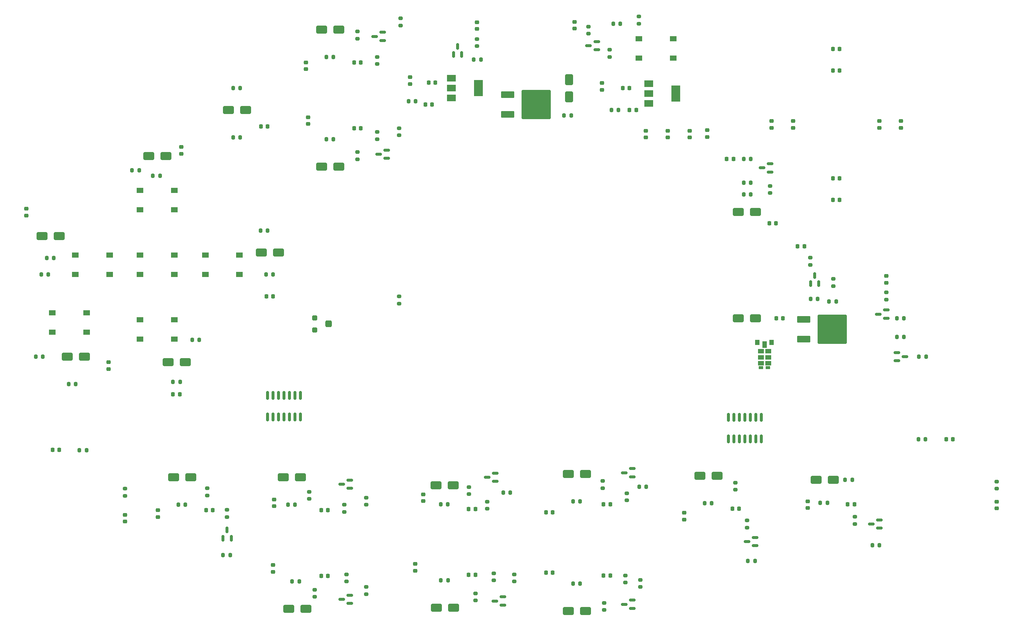
<source format=gbr>
%TF.GenerationSoftware,KiCad,Pcbnew,(7.0.0)*%
%TF.CreationDate,2023-04-25T13:09:25+01:00*%
%TF.ProjectId,controller,636f6e74-726f-46c6-9c65-722e6b696361,V1.2*%
%TF.SameCoordinates,Original*%
%TF.FileFunction,Paste,Top*%
%TF.FilePolarity,Positive*%
%FSLAX46Y46*%
G04 Gerber Fmt 4.6, Leading zero omitted, Abs format (unit mm)*
G04 Created by KiCad (PCBNEW (7.0.0)) date 2023-04-25 13:09:25*
%MOMM*%
%LPD*%
G01*
G04 APERTURE LIST*
G04 Aperture macros list*
%AMRoundRect*
0 Rectangle with rounded corners*
0 $1 Rounding radius*
0 $2 $3 $4 $5 $6 $7 $8 $9 X,Y pos of 4 corners*
0 Add a 4 corners polygon primitive as box body*
4,1,4,$2,$3,$4,$5,$6,$7,$8,$9,$2,$3,0*
0 Add four circle primitives for the rounded corners*
1,1,$1+$1,$2,$3*
1,1,$1+$1,$4,$5*
1,1,$1+$1,$6,$7*
1,1,$1+$1,$8,$9*
0 Add four rect primitives between the rounded corners*
20,1,$1+$1,$2,$3,$4,$5,0*
20,1,$1+$1,$4,$5,$6,$7,0*
20,1,$1+$1,$6,$7,$8,$9,0*
20,1,$1+$1,$8,$9,$2,$3,0*%
G04 Aperture macros list end*
%ADD10RoundRect,0.225000X0.225000X0.250000X-0.225000X0.250000X-0.225000X-0.250000X0.225000X-0.250000X0*%
%ADD11RoundRect,0.200000X0.200000X0.275000X-0.200000X0.275000X-0.200000X-0.275000X0.200000X-0.275000X0*%
%ADD12RoundRect,0.200000X-0.275000X0.200000X-0.275000X-0.200000X0.275000X-0.200000X0.275000X0.200000X0*%
%ADD13R,1.550000X1.300000*%
%ADD14RoundRect,0.218750X0.218750X0.256250X-0.218750X0.256250X-0.218750X-0.256250X0.218750X-0.256250X0*%
%ADD15RoundRect,0.225000X-0.250000X0.225000X-0.250000X-0.225000X0.250000X-0.225000X0.250000X0.225000X0*%
%ADD16RoundRect,0.150000X0.150000X-0.587500X0.150000X0.587500X-0.150000X0.587500X-0.150000X-0.587500X0*%
%ADD17RoundRect,0.200000X0.275000X-0.200000X0.275000X0.200000X-0.275000X0.200000X-0.275000X-0.200000X0*%
%ADD18RoundRect,0.200000X-0.200000X-0.275000X0.200000X-0.275000X0.200000X0.275000X-0.200000X0.275000X0*%
%ADD19RoundRect,0.218750X0.256250X-0.218750X0.256250X0.218750X-0.256250X0.218750X-0.256250X-0.218750X0*%
%ADD20RoundRect,0.250000X1.000000X0.650000X-1.000000X0.650000X-1.000000X-0.650000X1.000000X-0.650000X0*%
%ADD21RoundRect,0.250000X-0.650000X1.000000X-0.650000X-1.000000X0.650000X-1.000000X0.650000X1.000000X0*%
%ADD22RoundRect,0.250000X-1.000000X-0.650000X1.000000X-0.650000X1.000000X0.650000X-1.000000X0.650000X0*%
%ADD23RoundRect,0.218750X-0.218750X-0.256250X0.218750X-0.256250X0.218750X0.256250X-0.218750X0.256250X0*%
%ADD24RoundRect,0.225000X0.250000X-0.225000X0.250000X0.225000X-0.250000X0.225000X-0.250000X-0.225000X0*%
%ADD25RoundRect,0.150000X0.587500X0.150000X-0.587500X0.150000X-0.587500X-0.150000X0.587500X-0.150000X0*%
%ADD26RoundRect,0.150000X0.150000X-0.825000X0.150000X0.825000X-0.150000X0.825000X-0.150000X-0.825000X0*%
%ADD27RoundRect,0.225000X-0.225000X-0.250000X0.225000X-0.250000X0.225000X0.250000X-0.225000X0.250000X0*%
%ADD28RoundRect,0.300000X-0.300000X0.300000X-0.300000X-0.300000X0.300000X-0.300000X0.300000X0.300000X0*%
%ADD29RoundRect,0.375000X-0.375000X0.425000X-0.375000X-0.425000X0.375000X-0.425000X0.375000X0.425000X0*%
%ADD30RoundRect,0.150000X-0.587500X-0.150000X0.587500X-0.150000X0.587500X0.150000X-0.587500X0.150000X0*%
%ADD31R,2.000000X1.500000*%
%ADD32R,2.000000X3.800000*%
%ADD33R,1.400000X1.070000*%
%ADD34R,1.100000X1.300000*%
%ADD35R,1.000000X0.650000*%
%ADD36R,1.000000X1.500000*%
%ADD37RoundRect,0.100000X1.400000X0.700000X-1.400000X0.700000X-1.400000X-0.700000X1.400000X-0.700000X0*%
%ADD38RoundRect,0.100000X3.250000X3.250000X-3.250000X3.250000X-3.250000X-3.250000X3.250000X-3.250000X0*%
G04 APERTURE END LIST*
D10*
%TO.C,C28*%
X208060000Y-88730000D03*
X206510000Y-88730000D03*
%TD*%
D11*
%TO.C,R23*%
X230400000Y-141300000D03*
X228750000Y-141300000D03*
%TD*%
D12*
%TO.C,R12*%
X139500000Y-131200000D03*
X139500000Y-132850000D03*
%TD*%
D13*
%TO.C,RESET1*%
X174709999Y-23959999D03*
X182659999Y-23959999D03*
X174709999Y-28459999D03*
X182659999Y-28459999D03*
%TD*%
D14*
%TO.C,D1*%
X168055000Y-131785000D03*
X166480000Y-131785000D03*
%TD*%
D15*
%TO.C,C7*%
X98065000Y-42120000D03*
X98065000Y-43670000D03*
%TD*%
D16*
%TO.C,Q5*%
X78350000Y-139637500D03*
X80250000Y-139637500D03*
X79300000Y-137762500D03*
%TD*%
D17*
%TO.C,R28*%
X141073000Y-149436000D03*
X141073000Y-147786000D03*
%TD*%
D18*
%TO.C,R68*%
X94350000Y-149690000D03*
X96000000Y-149690000D03*
%TD*%
D19*
%TO.C,D43*%
X232000000Y-80475000D03*
X232000000Y-78900000D03*
%TD*%
D12*
%TO.C,R55*%
X135300000Y-127800000D03*
X135300000Y-129450000D03*
%TD*%
D19*
%TO.C,D42*%
X121700000Y-34425000D03*
X121700000Y-32850000D03*
%TD*%
D20*
%TO.C,D40*%
X46230000Y-97620000D03*
X42230000Y-97620000D03*
%TD*%
D10*
%TO.C,C26*%
X174050000Y-40470000D03*
X172500000Y-40470000D03*
%TD*%
D11*
%TO.C,R61*%
X200600000Y-60000000D03*
X198950000Y-60000000D03*
%TD*%
D21*
%TO.C,D45*%
X158530000Y-33390000D03*
X158530000Y-37390000D03*
%TD*%
D14*
%TO.C,D18*%
X102650000Y-133180000D03*
X101075000Y-133180000D03*
%TD*%
D22*
%TO.C,D29*%
X101190000Y-53550000D03*
X105190000Y-53550000D03*
%TD*%
D23*
%TO.C,D13*%
X223025000Y-131800000D03*
X224600000Y-131800000D03*
%TD*%
D11*
%TO.C,R11*%
X200600000Y-51800000D03*
X198950000Y-51800000D03*
%TD*%
D10*
%TO.C,C27*%
X126780000Y-39200000D03*
X125230000Y-39200000D03*
%TD*%
D14*
%TO.C,D23*%
X221187500Y-31300000D03*
X219612500Y-31300000D03*
%TD*%
D12*
%TO.C,R57*%
X98300000Y-128900000D03*
X98300000Y-130550000D03*
%TD*%
D14*
%TO.C,D21*%
X197900000Y-132800000D03*
X196325000Y-132800000D03*
%TD*%
%TO.C,D19*%
X221187500Y-26300000D03*
X219612500Y-26300000D03*
%TD*%
D24*
%TO.C,C9*%
X124700000Y-131075000D03*
X124700000Y-129525000D03*
%TD*%
D16*
%TO.C,Q24*%
X214450000Y-80675000D03*
X216350000Y-80675000D03*
X215400000Y-78800000D03*
%TD*%
D25*
%TO.C,Q31*%
X232000000Y-88700000D03*
X232000000Y-86800000D03*
X230125000Y-87750000D03*
%TD*%
D14*
%TO.C,D22*%
X102650000Y-148420000D03*
X101075000Y-148420000D03*
%TD*%
D17*
%TO.C,R88*%
X232000000Y-84350000D03*
X232000000Y-82700000D03*
%TD*%
D25*
%TO.C,Q20*%
X107730000Y-154770000D03*
X107730000Y-152870000D03*
X105855000Y-153820000D03*
%TD*%
D23*
%TO.C,D24*%
X219625000Y-61300000D03*
X221200000Y-61300000D03*
%TD*%
D19*
%TO.C,D41*%
X166150000Y-35747500D03*
X166150000Y-34172500D03*
%TD*%
D18*
%TO.C,R24*%
X136450000Y-28800000D03*
X138100000Y-28800000D03*
%TD*%
D14*
%TO.C,D3*%
X196600000Y-51800000D03*
X195025000Y-51800000D03*
%TD*%
D22*
%TO.C,D31*%
X127700000Y-127400000D03*
X131700000Y-127400000D03*
%TD*%
D25*
%TO.C,Q19*%
X201600000Y-141400000D03*
X201600000Y-139500000D03*
X199725000Y-140450000D03*
%TD*%
D11*
%TO.C,R86*%
X122970000Y-38412500D03*
X121320000Y-38412500D03*
%TD*%
%TO.C,R79*%
X63725000Y-55700000D03*
X62075000Y-55700000D03*
%TD*%
D18*
%TO.C,R1*%
X174750000Y-127700000D03*
X176400000Y-127700000D03*
%TD*%
D11*
%TO.C,R89*%
X170400000Y-20500000D03*
X168750000Y-20500000D03*
%TD*%
%TO.C,R74*%
X36610000Y-97620000D03*
X34960000Y-97620000D03*
%TD*%
D15*
%TO.C,C15*%
X68700000Y-49025000D03*
X68700000Y-50575000D03*
%TD*%
D11*
%TO.C,R41*%
X201600000Y-144900000D03*
X199950000Y-144900000D03*
%TD*%
D18*
%TO.C,R80*%
X66750000Y-103400000D03*
X68400000Y-103400000D03*
%TD*%
D17*
%TO.C,R14*%
X163000000Y-22750000D03*
X163000000Y-21100000D03*
%TD*%
D14*
%TO.C,D11*%
X110270000Y-29420000D03*
X108695000Y-29420000D03*
%TD*%
D18*
%TO.C,R51*%
X198950000Y-57300000D03*
X200600000Y-57300000D03*
%TD*%
D22*
%TO.C,D10*%
X215700000Y-126100000D03*
X219700000Y-126100000D03*
%TD*%
D17*
%TO.C,R45*%
X199700000Y-137200000D03*
X199700000Y-135550000D03*
%TD*%
D19*
%TO.C,D14*%
X137200000Y-21675000D03*
X137200000Y-20100000D03*
%TD*%
D22*
%TO.C,D34*%
X93570000Y-156040000D03*
X97570000Y-156040000D03*
%TD*%
D18*
%TO.C,R72*%
X87030000Y-68410000D03*
X88680000Y-68410000D03*
%TD*%
D19*
%TO.C,D15*%
X235400000Y-44587500D03*
X235400000Y-43012500D03*
%TD*%
D18*
%TO.C,R94*%
X234450000Y-93000000D03*
X236100000Y-93000000D03*
%TD*%
D19*
%TO.C,D16*%
X205400000Y-44587500D03*
X205400000Y-43012500D03*
%TD*%
D11*
%TO.C,R83*%
X82330000Y-46820000D03*
X80680000Y-46820000D03*
%TD*%
D12*
%TO.C,R49*%
X166300000Y-126400000D03*
X166300000Y-128050000D03*
%TD*%
D26*
%TO.C,U4*%
X88615000Y-111525000D03*
X89885000Y-111525000D03*
X91155000Y-111525000D03*
X92425000Y-111525000D03*
X93695000Y-111525000D03*
X94965000Y-111525000D03*
X96235000Y-111525000D03*
X96235000Y-106575000D03*
X94965000Y-106575000D03*
X93695000Y-106575000D03*
X92425000Y-106575000D03*
X91155000Y-106575000D03*
X89885000Y-106575000D03*
X88615000Y-106575000D03*
%TD*%
D18*
%TO.C,R65*%
X128775000Y-131800000D03*
X130425000Y-131800000D03*
%TD*%
D27*
%TO.C,C3*%
X153170000Y-133690000D03*
X154720000Y-133690000D03*
%TD*%
D17*
%TO.C,R77*%
X257590000Y-128180000D03*
X257590000Y-126530000D03*
%TD*%
D25*
%TO.C,Q9*%
X115350000Y-24340000D03*
X115350000Y-22440000D03*
X113475000Y-23390000D03*
%TD*%
D18*
%TO.C,R60*%
X159420000Y-150200000D03*
X161070000Y-150200000D03*
%TD*%
D25*
%TO.C,Q2*%
X173135000Y-155915000D03*
X173135000Y-154015000D03*
X171260000Y-154965000D03*
%TD*%
D11*
%TO.C,R71*%
X37880000Y-78570000D03*
X36230000Y-78570000D03*
%TD*%
D27*
%TO.C,C18*%
X88400000Y-83650000D03*
X89950000Y-83650000D03*
%TD*%
D18*
%TO.C,R67*%
X93380000Y-131910000D03*
X95030000Y-131910000D03*
%TD*%
D15*
%TO.C,C29*%
X190500000Y-45125000D03*
X190500000Y-46675000D03*
%TD*%
D25*
%TO.C,Q16*%
X107730000Y-128100000D03*
X107730000Y-126200000D03*
X105855000Y-127150000D03*
%TD*%
D17*
%TO.C,R3*%
X175000000Y-150960000D03*
X175000000Y-149310000D03*
%TD*%
D20*
%TO.C,D38*%
X91220000Y-73490000D03*
X87220000Y-73490000D03*
%TD*%
D12*
%TO.C,R2*%
X171865000Y-129245000D03*
X171865000Y-130895000D03*
%TD*%
D19*
%TO.C,D8*%
X210400000Y-44587500D03*
X210400000Y-43012500D03*
%TD*%
D17*
%TO.C,R22*%
X145830000Y-149690000D03*
X145830000Y-148040000D03*
%TD*%
D14*
%TO.C,D12*%
X136818000Y-148166000D03*
X135243000Y-148166000D03*
%TD*%
D25*
%TO.C,Q6*%
X164900000Y-26500000D03*
X164900000Y-24600000D03*
X163025000Y-25550000D03*
%TD*%
D22*
%TO.C,D36*%
X65630000Y-98890000D03*
X69630000Y-98890000D03*
%TD*%
D17*
%TO.C,R29*%
X224700000Y-136350000D03*
X224700000Y-134700000D03*
%TD*%
D24*
%TO.C,C6*%
X97570000Y-30970000D03*
X97570000Y-29420000D03*
%TD*%
D25*
%TO.C,Q11*%
X230400000Y-137300000D03*
X230400000Y-135400000D03*
X228525000Y-136350000D03*
%TD*%
D11*
%TO.C,R69*%
X58900000Y-54440000D03*
X57250000Y-54440000D03*
%TD*%
D28*
%TO.C,RV1*%
X99580000Y-88600000D03*
D29*
X102830000Y-90000000D03*
D28*
X99580000Y-91400000D03*
%TD*%
D18*
%TO.C,R81*%
X37500000Y-74760000D03*
X39150000Y-74760000D03*
%TD*%
D14*
%TO.C,D2*%
X168055000Y-148295000D03*
X166480000Y-148295000D03*
%TD*%
D19*
%TO.C,D6*%
X159800000Y-21587500D03*
X159800000Y-20012500D03*
%TD*%
D24*
%TO.C,C23*%
X257590000Y-132765000D03*
X257590000Y-131215000D03*
%TD*%
D18*
%TO.C,R59*%
X159420000Y-131150000D03*
X161070000Y-131150000D03*
%TD*%
D20*
%TO.C,D27*%
X201700000Y-64100000D03*
X197700000Y-64100000D03*
%TD*%
D27*
%TO.C,C22*%
X38845000Y-119210000D03*
X40395000Y-119210000D03*
%TD*%
D24*
%TO.C,C20*%
X51850000Y-100440000D03*
X51850000Y-98890000D03*
%TD*%
D23*
%TO.C,D20*%
X219612500Y-56300000D03*
X221187500Y-56300000D03*
%TD*%
D17*
%TO.C,R96*%
X119160000Y-85300000D03*
X119160000Y-83650000D03*
%TD*%
%TO.C,R75*%
X55635000Y-129830000D03*
X55635000Y-128180000D03*
%TD*%
D30*
%TO.C,Q23*%
X234425000Y-96650000D03*
X234425000Y-98550000D03*
X236300000Y-97600000D03*
%TD*%
D22*
%TO.C,D37*%
X36420000Y-69680000D03*
X40420000Y-69680000D03*
%TD*%
D24*
%TO.C,C14*%
X181390000Y-46820000D03*
X181390000Y-45270000D03*
%TD*%
D15*
%TO.C,C12*%
X89950000Y-145880000D03*
X89950000Y-147430000D03*
%TD*%
D12*
%TO.C,R58*%
X99600000Y-151575000D03*
X99600000Y-153225000D03*
%TD*%
D31*
%TO.C,U10*%
X131249999Y-33089999D03*
X131249999Y-35389999D03*
X131249999Y-37689999D03*
D32*
X137549999Y-35389999D03*
%TD*%
D22*
%TO.C,D30*%
X188820000Y-125180000D03*
X192820000Y-125180000D03*
%TD*%
D18*
%TO.C,R63*%
X102270000Y-47200000D03*
X103920000Y-47200000D03*
%TD*%
D20*
%TO.C,D35*%
X65100000Y-51100000D03*
X61100000Y-51100000D03*
%TD*%
D18*
%TO.C,R64*%
X189900000Y-131530000D03*
X191550000Y-131530000D03*
%TD*%
D15*
%TO.C,C10*%
X122848000Y-145626000D03*
X122848000Y-147176000D03*
%TD*%
D11*
%TO.C,R82*%
X89950000Y-78560000D03*
X88300000Y-78560000D03*
%TD*%
D14*
%TO.C,D17*%
X110270000Y-44660000D03*
X108695000Y-44660000D03*
%TD*%
D18*
%TO.C,R70*%
X71175000Y-93700000D03*
X72825000Y-93700000D03*
%TD*%
%TO.C,R20*%
X216675000Y-131500000D03*
X218325000Y-131500000D03*
%TD*%
D17*
%TO.C,R52*%
X109445000Y-23895000D03*
X109445000Y-22245000D03*
%TD*%
D27*
%TO.C,C31*%
X126005000Y-34120000D03*
X127555000Y-34120000D03*
%TD*%
D17*
%TO.C,R42*%
X111540000Y-152610000D03*
X111540000Y-150960000D03*
%TD*%
D13*
%TO.C,D_BACK1*%
X38819999Y-87459999D03*
X46769999Y-87459999D03*
X38819999Y-91959999D03*
X46769999Y-91959999D03*
%TD*%
D19*
%TO.C,D7*%
X230400000Y-44575000D03*
X230400000Y-43000000D03*
%TD*%
D17*
%TO.C,R90*%
X214375000Y-76325000D03*
X214375000Y-74675000D03*
%TD*%
D12*
%TO.C,R54*%
X197000000Y-126800000D03*
X197000000Y-128450000D03*
%TD*%
D22*
%TO.C,D32*%
X127738000Y-155786000D03*
X131738000Y-155786000D03*
%TD*%
D33*
%TO.C,M1*%
X202929999Y-96319999D03*
X202929999Y-97729999D03*
X202929999Y-99139999D03*
X204629999Y-96319999D03*
X204629999Y-97729999D03*
X204629999Y-99139999D03*
D34*
X202129999Y-94284999D03*
X205429999Y-94284999D03*
D35*
X202979999Y-100159999D03*
D36*
X203779999Y-94784999D03*
D35*
X204579999Y-100159999D03*
%TD*%
D17*
%TO.C,R17*%
X74710000Y-129750000D03*
X74710000Y-128100000D03*
%TD*%
D10*
%TO.C,C16*%
X68300000Y-106300000D03*
X66750000Y-106300000D03*
%TD*%
D13*
%TO.C,D_DOWN1*%
X59139999Y-89049999D03*
X67089999Y-89049999D03*
X59139999Y-93549999D03*
X67089999Y-93549999D03*
%TD*%
D27*
%TO.C,C4*%
X153170000Y-147660000D03*
X154720000Y-147660000D03*
%TD*%
D12*
%TO.C,R5*%
X205100000Y-58050000D03*
X205100000Y-59700000D03*
%TD*%
D24*
%TO.C,C8*%
X185200000Y-135340000D03*
X185200000Y-133790000D03*
%TD*%
D17*
%TO.C,R37*%
X114080000Y-47200000D03*
X114080000Y-45550000D03*
%TD*%
D10*
%TO.C,C19*%
X88680000Y-44280000D03*
X87130000Y-44280000D03*
%TD*%
%TO.C,C5*%
X206450000Y-66700000D03*
X204900000Y-66700000D03*
%TD*%
D12*
%TO.C,R50*%
X166595000Y-154645000D03*
X166595000Y-156295000D03*
%TD*%
D24*
%TO.C,C21*%
X55635000Y-135800000D03*
X55635000Y-134250000D03*
%TD*%
D27*
%TO.C,C30*%
X170950000Y-35390000D03*
X172500000Y-35390000D03*
%TD*%
D25*
%TO.C,Q15*%
X116287500Y-51627500D03*
X116287500Y-49727500D03*
X114412500Y-50677500D03*
%TD*%
D18*
%TO.C,R98*%
X239550000Y-97600000D03*
X241200000Y-97600000D03*
%TD*%
D24*
%TO.C,C2*%
X213800000Y-132650000D03*
X213800000Y-131100000D03*
%TD*%
D11*
%TO.C,R84*%
X44230000Y-103970000D03*
X42580000Y-103970000D03*
%TD*%
D18*
%TO.C,R76*%
X45095000Y-119290000D03*
X46745000Y-119290000D03*
%TD*%
%TO.C,R18*%
X222450000Y-126100000D03*
X224100000Y-126100000D03*
%TD*%
D17*
%TO.C,R21*%
X119500000Y-20850000D03*
X119500000Y-19200000D03*
%TD*%
D25*
%TO.C,Q3*%
X205100000Y-54800000D03*
X205100000Y-52900000D03*
X203225000Y-53850000D03*
%TD*%
D17*
%TO.C,R4*%
X171545000Y-149945000D03*
X171545000Y-148295000D03*
%TD*%
D10*
%TO.C,C24*%
X247430000Y-116750000D03*
X245880000Y-116750000D03*
%TD*%
D18*
%TO.C,R62*%
X102270000Y-28150000D03*
X103920000Y-28150000D03*
%TD*%
D15*
%TO.C,C17*%
X32800000Y-63330000D03*
X32800000Y-64880000D03*
%TD*%
D37*
%TO.C,Q25*%
X144260000Y-36900000D03*
D38*
X150910000Y-39200000D03*
D37*
X144260000Y-41500000D03*
%TD*%
D12*
%TO.C,R56*%
X136818000Y-152421000D03*
X136818000Y-154071000D03*
%TD*%
D22*
%TO.C,D46*%
X197710000Y-88730000D03*
X201710000Y-88730000D03*
%TD*%
D17*
%TO.C,R46*%
X106905000Y-149690000D03*
X106905000Y-148040000D03*
%TD*%
D22*
%TO.C,D25*%
X158340000Y-124800000D03*
X162340000Y-124800000D03*
%TD*%
D25*
%TO.C,Q10*%
X143168000Y-155146000D03*
X143168000Y-153246000D03*
X141293000Y-154196000D03*
%TD*%
D22*
%TO.C,D33*%
X92300000Y-125560000D03*
X96300000Y-125560000D03*
%TD*%
D11*
%TO.C,R85*%
X169960000Y-40470000D03*
X168310000Y-40470000D03*
%TD*%
D22*
%TO.C,D9*%
X66900000Y-125560000D03*
X70900000Y-125560000D03*
%TD*%
D24*
%TO.C,C13*%
X186470000Y-46820000D03*
X186470000Y-45270000D03*
%TD*%
D18*
%TO.C,R7*%
X78350000Y-143600000D03*
X80000000Y-143600000D03*
%TD*%
D17*
%TO.C,R33*%
X119160000Y-46310000D03*
X119160000Y-44660000D03*
%TD*%
D13*
%TO.C,D_SELECT1*%
X59139999Y-74069999D03*
X67089999Y-74069999D03*
X59139999Y-78569999D03*
X67089999Y-78569999D03*
%TD*%
D18*
%TO.C,R73*%
X80680000Y-35390000D03*
X82330000Y-35390000D03*
%TD*%
D20*
%TO.C,D39*%
X83600000Y-40470000D03*
X79600000Y-40470000D03*
%TD*%
D24*
%TO.C,C25*%
X176310000Y-46820000D03*
X176310000Y-45270000D03*
%TD*%
D11*
%TO.C,R78*%
X241080000Y-116750000D03*
X239430000Y-116750000D03*
%TD*%
D18*
%TO.C,R95*%
X218730000Y-84800000D03*
X220380000Y-84800000D03*
%TD*%
D14*
%TO.C,D5*%
X75980000Y-133180000D03*
X74405000Y-133180000D03*
%TD*%
D17*
%TO.C,R91*%
X174700000Y-20450000D03*
X174700000Y-18800000D03*
%TD*%
%TO.C,R13*%
X79300000Y-134750000D03*
X79300000Y-133100000D03*
%TD*%
D22*
%TO.C,D26*%
X158340000Y-156550000D03*
X162340000Y-156550000D03*
%TD*%
D18*
%TO.C,R87*%
X214450000Y-84200000D03*
X216100000Y-84200000D03*
%TD*%
D31*
%TO.C,U9*%
X176969999Y-34359999D03*
X176969999Y-36659999D03*
X176969999Y-38959999D03*
D32*
X183269999Y-36659999D03*
%TD*%
D18*
%TO.C,R6*%
X143250000Y-129100000D03*
X144900000Y-129100000D03*
%TD*%
D17*
%TO.C,R30*%
X137200000Y-25650000D03*
X137200000Y-24000000D03*
%TD*%
D24*
%TO.C,C1*%
X63280000Y-134730000D03*
X63280000Y-133180000D03*
%TD*%
D13*
%TO.C,D_UP1*%
X67089999Y-63549999D03*
X59139999Y-63549999D03*
X67089999Y-59049999D03*
X59139999Y-59049999D03*
%TD*%
D25*
%TO.C,Q1*%
X173135000Y-125435000D03*
X173135000Y-123535000D03*
X171260000Y-124485000D03*
%TD*%
D16*
%TO.C,Q12*%
X131750000Y-27575000D03*
X133650000Y-27575000D03*
X132700000Y-25700000D03*
%TD*%
D18*
%TO.C,R66*%
X128818000Y-149436000D03*
X130468000Y-149436000D03*
%TD*%
D12*
%TO.C,R27*%
X114080000Y-28150000D03*
X114080000Y-29800000D03*
%TD*%
D37*
%TO.C,Q26*%
X212840000Y-88970000D03*
D38*
X219490000Y-91270000D03*
D37*
X212840000Y-93570000D03*
%TD*%
D11*
%TO.C,R92*%
X236100000Y-88730000D03*
X234450000Y-88730000D03*
%TD*%
D25*
%TO.C,Q4*%
X141400000Y-126500000D03*
X141400000Y-124600000D03*
X139525000Y-125550000D03*
%TD*%
D18*
%TO.C,R97*%
X157360000Y-41740000D03*
X159010000Y-41740000D03*
%TD*%
D14*
%TO.C,D4*%
X136818000Y-132926000D03*
X135243000Y-132926000D03*
%TD*%
D22*
%TO.C,D28*%
X101190000Y-21800000D03*
X105190000Y-21800000D03*
%TD*%
D23*
%TO.C,D44*%
X211425000Y-72000000D03*
X213000000Y-72000000D03*
%TD*%
D12*
%TO.C,R53*%
X109445000Y-50185000D03*
X109445000Y-51835000D03*
%TD*%
%TO.C,R93*%
X219700000Y-79600000D03*
X219700000Y-81250000D03*
%TD*%
D24*
%TO.C,C11*%
X90200000Y-132250000D03*
X90200000Y-130700000D03*
%TD*%
D26*
%TO.C,U3*%
X195425000Y-116605000D03*
X196695000Y-116605000D03*
X197965000Y-116605000D03*
X199235000Y-116605000D03*
X200505000Y-116605000D03*
X201775000Y-116605000D03*
X203045000Y-116605000D03*
X203045000Y-111655000D03*
X201775000Y-111655000D03*
X200505000Y-111655000D03*
X199235000Y-111655000D03*
X197965000Y-111655000D03*
X196695000Y-111655000D03*
X195425000Y-111655000D03*
%TD*%
D13*
%TO.C,D_RIGHT1*%
X74224999Y-74069999D03*
X82174999Y-74069999D03*
X74224999Y-78569999D03*
X82174999Y-78569999D03*
%TD*%
D12*
%TO.C,R8*%
X167900000Y-26500000D03*
X167900000Y-28150000D03*
%TD*%
D18*
%TO.C,R19*%
X67980000Y-131910000D03*
X69630000Y-131910000D03*
%TD*%
D12*
%TO.C,R34*%
X111540000Y-130260000D03*
X111540000Y-131910000D03*
%TD*%
D13*
%TO.C,D_LEFT1*%
X44124999Y-74049999D03*
X52074999Y-74049999D03*
X44124999Y-78549999D03*
X52074999Y-78549999D03*
%TD*%
D12*
%TO.C,R38*%
X106460000Y-131910000D03*
X106460000Y-133560000D03*
%TD*%
M02*

</source>
